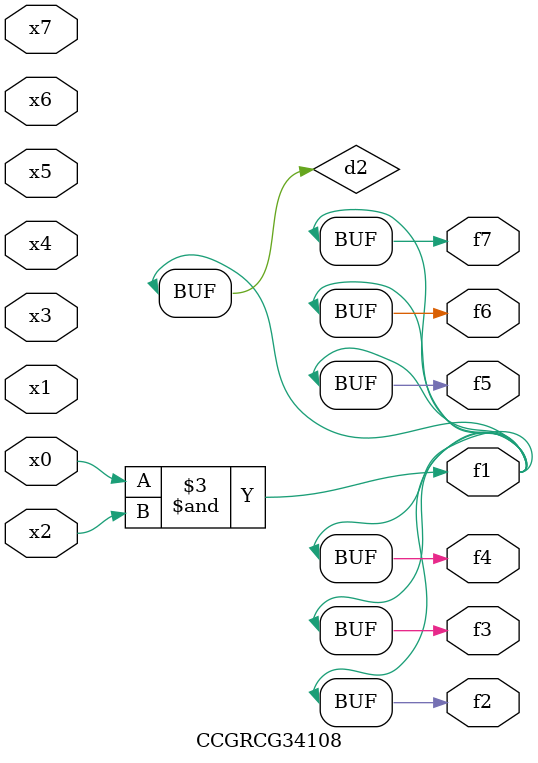
<source format=v>
module CCGRCG34108(
	input x0, x1, x2, x3, x4, x5, x6, x7,
	output f1, f2, f3, f4, f5, f6, f7
);

	wire d1, d2;

	nor (d1, x3, x6);
	and (d2, x0, x2);
	assign f1 = d2;
	assign f2 = d2;
	assign f3 = d2;
	assign f4 = d2;
	assign f5 = d2;
	assign f6 = d2;
	assign f7 = d2;
endmodule

</source>
